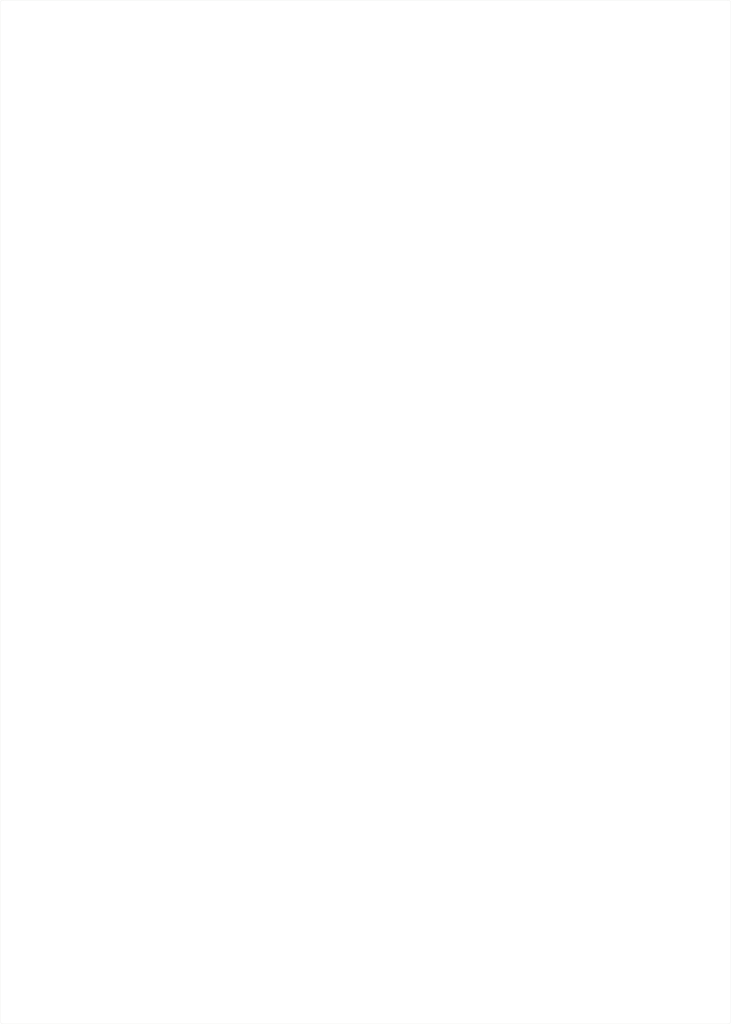
<source format=kicad_pcb>
(kicad_pcb (version 20211014) (generator pcbnew)

  (general
    (thickness 1.6062)
  )

  (paper "A4" portrait)
  (title_block
    (date "2023-01-03")
  )

  (layers
    (0 "F.Cu" signal "Front")
    (1 "In1.Cu" power)
    (2 "In2.Cu" power)
    (31 "B.Cu" signal "Back")
    (35 "F.Paste" user)
    (37 "F.SilkS" user "F.Silkscreen")
    (38 "B.Mask" user)
    (39 "F.Mask" user)
    (44 "Edge.Cuts" user)
    (45 "Margin" user)
    (46 "B.CrtYd" user "B.Courtyard")
    (47 "F.CrtYd" user "F.Courtyard")
    (49 "F.Fab" user)
  )

  (setup
    (stackup
      (layer "F.SilkS" (type "Top Silk Screen") (color "White"))
      (layer "F.Paste" (type "Top Solder Paste"))
      (layer "F.Mask" (type "Top Solder Mask") (color "Black") (thickness 0.01))
      (layer "F.Cu" (type "copper") (thickness 0.035))
      (layer "dielectric 1" (type "core") (thickness 0.2104) (material "FR4") (epsilon_r 4.5) (loss_tangent 0.02))
      (layer "In1.Cu" (type "copper") (thickness 0.0152))
      (layer "dielectric 2" (type "prepreg") (thickness 1.065) (material "FR4") (epsilon_r 4.5) (loss_tangent 0.02))
      (layer "In2.Cu" (type "copper") (thickness 0.0152))
      (layer "dielectric 3" (type "core") (thickness 0.2104) (material "FR4") (epsilon_r 4.5) (loss_tangent 0.02))
      (layer "B.Cu" (type "copper") (thickness 0.035))
      (layer "B.Mask" (type "Bottom Solder Mask") (color "Black") (thickness 0.01))
      (copper_finish "HAL lead-free")
      (dielectric_constraints no)
    )
    (pad_to_mask_clearance 0)
    (grid_origin 0 297)
    (pcbplotparams
      (layerselection 0x00010e8_ffffffff)
      (disableapertmacros false)
      (usegerberextensions true)
      (usegerberattributes true)
      (usegerberadvancedattributes false)
      (creategerberjobfile false)
      (svguseinch false)
      (svgprecision 6)
      (excludeedgelayer true)
      (plotframeref false)
      (viasonmask false)
      (mode 1)
      (useauxorigin false)
      (hpglpennumber 1)
      (hpglpenspeed 20)
      (hpglpendiameter 15.000000)
      (dxfpolygonmode true)
      (dxfimperialunits true)
      (dxfusepcbnewfont true)
      (psnegative false)
      (psa4output false)
      (plotreference false)
      (plotvalue false)
      (plotinvisibletext false)
      (sketchpadsonfab false)
      (subtractmaskfromsilk true)
      (outputformat 1)
      (mirror false)
      (drillshape 0)
      (scaleselection 1)
      (outputdirectory "stencil-gerber")
    )
  )

  (net 0 "")

  (gr_line (start 0 -17) (end 0 296) (layer "Edge.Cuts") (width 0.05) (tstamp 5f5b5c74-4538-4ce6-9877-e6051dd1e9e5))
  (gr_line (start 1 -18) (end 224 -18) (layer "Edge.Cuts") (width 0.05) (tstamp 781e9210-fb78-4c74-8009-42614b626542))
  (gr_line (start 225 -17) (end 225 296) (layer "Edge.Cuts") (width 0.05) (tstamp bcc6de3c-9438-4f23-a9db-04070d3d2f8a))
  (gr_arc (start 1 297) (mid 0.292893 296.707107) (end 0 296) (layer "Edge.Cuts") (width 0.05) (tstamp d35ceb07-996f-436a-8bdf-75d18216a73c))
  (gr_arc (start 225 296) (mid 224.707107 296.707107) (end 224 297) (layer "Edge.Cuts") (width 0.05) (tstamp db2e5211-7e6a-42a9-b2df-00728afba574))
  (gr_arc (start 0 -17) (mid 0.292893 -17.707107) (end 1 -18) (layer "Edge.Cuts") (width 0.05) (tstamp ea7611d1-a8fc-4a96-a4f9-68f051a76626))
  (gr_arc (start 224 -18) (mid 224.707107 -17.707107) (end 225 -17) (layer "Edge.Cuts") (width 0.05) (tstamp f02c980d-a3c1-4ba1-a448-fb3e14753a73))
  (gr_line (start 1 297) (end 224 297) (layer "Edge.Cuts") (width 0.05) (tstamp f5a4bab0-e4db-44b9-b196-4e680a91cf47))

)

</source>
